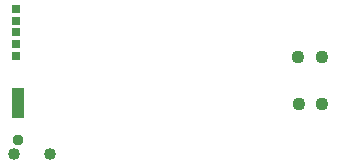
<source format=gbr>
G04 EAGLE Gerber RS-274X export*
G75*
%MOMM*%
%FSLAX34Y34*%
%LPD*%
%INSoldermask Bottom*%
%IPPOS*%
%AMOC8*
5,1,8,0,0,1.08239X$1,22.5*%
G01*
%ADD10C,1.108000*%
%ADD11C,0.958000*%
%ADD12R,1.000000X2.500000*%
%ADD13C,1.016000*%
%ADD14R,0.800000X0.800000*%


D10*
X251000Y50000D03*
X271000Y50000D03*
D11*
X13500Y20000D03*
D12*
X13500Y51000D03*
D10*
X270500Y90000D03*
X250500Y90000D03*
D13*
X10000Y8000D03*
X40500Y8000D03*
D14*
X11500Y91000D03*
X11500Y111000D03*
X11500Y101000D03*
X11500Y121000D03*
X11500Y131000D03*
M02*

</source>
